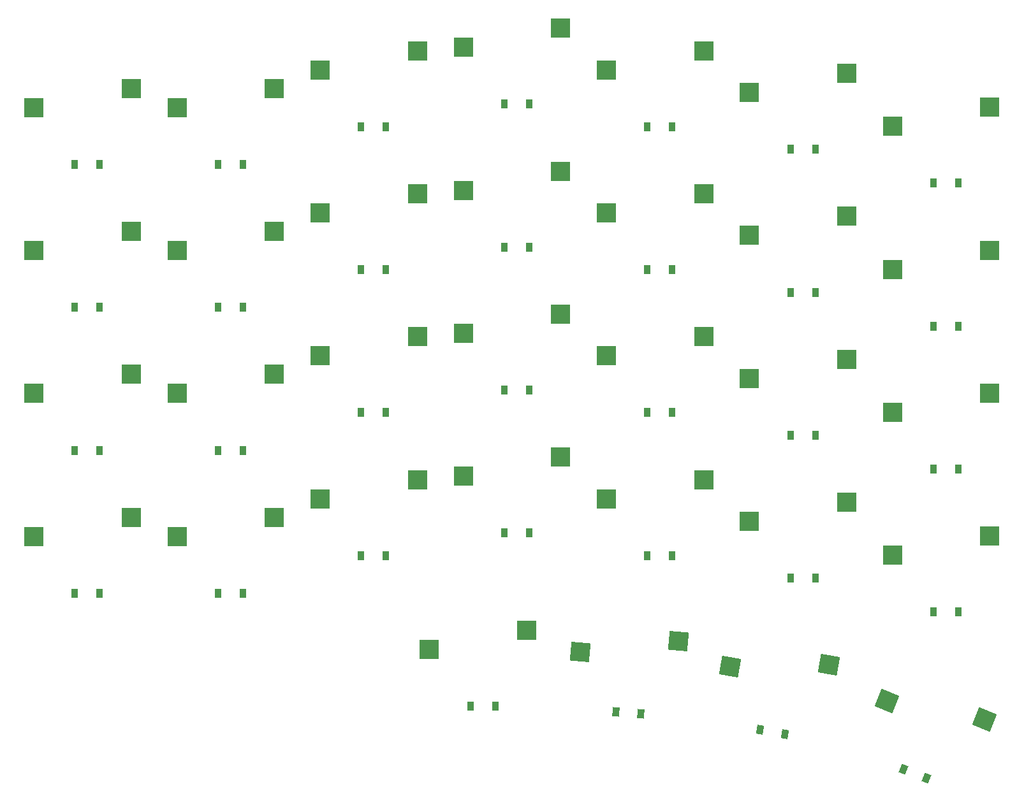
<source format=gbr>
%TF.GenerationSoftware,KiCad,Pcbnew,8.0.6*%
%TF.CreationDate,2024-11-09T22:39:55-08:00*%
%TF.ProjectId,altair,616c7461-6972-42e6-9b69-6361645f7063,v1.0.0*%
%TF.SameCoordinates,Original*%
%TF.FileFunction,Paste,Bot*%
%TF.FilePolarity,Positive*%
%FSLAX46Y46*%
G04 Gerber Fmt 4.6, Leading zero omitted, Abs format (unit mm)*
G04 Created by KiCad (PCBNEW 8.0.6) date 2024-11-09 22:39:55*
%MOMM*%
%LPD*%
G01*
G04 APERTURE LIST*
G04 Aperture macros list*
%AMRotRect*
0 Rectangle, with rotation*
0 The origin of the aperture is its center*
0 $1 length*
0 $2 width*
0 $3 Rotation angle, in degrees counterclockwise*
0 Add horizontal line*
21,1,$1,$2,0,0,$3*%
G04 Aperture macros list end*
%ADD10R,2.550000X2.500000*%
%ADD11RotRect,2.550000X2.500000X355.000000*%
%ADD12RotRect,2.550000X2.500000X350.000000*%
%ADD13RotRect,2.550000X2.500000X338.000000*%
%ADD14R,0.900000X1.200000*%
%ADD15RotRect,0.900000X1.200000X355.000000*%
%ADD16RotRect,0.900000X1.200000X350.000000*%
%ADD17RotRect,0.900000X1.200000X338.000000*%
G04 APERTURE END LIST*
D10*
%TO.C,S1*%
X92915000Y-97460000D03*
X105842000Y-94920000D03*
%TD*%
%TO.C,S2*%
X92915000Y-78460000D03*
X105842000Y-75920000D03*
%TD*%
%TO.C,S3*%
X92915000Y-59460000D03*
X105842000Y-56920000D03*
%TD*%
%TO.C,S4*%
X92915000Y-40460000D03*
X105842000Y-37920000D03*
%TD*%
%TO.C,S5*%
X111915000Y-97460000D03*
X124842000Y-94920000D03*
%TD*%
%TO.C,S6*%
X111915000Y-78460000D03*
X124842000Y-75920000D03*
%TD*%
%TO.C,S7*%
X111915000Y-59460000D03*
X124842000Y-56920000D03*
%TD*%
%TO.C,S8*%
X111915000Y-40460000D03*
X124842000Y-37920000D03*
%TD*%
%TO.C,S9*%
X130915000Y-92460000D03*
X143842000Y-89920000D03*
%TD*%
%TO.C,S10*%
X130915000Y-73460000D03*
X143842000Y-70920000D03*
%TD*%
%TO.C,S11*%
X130915000Y-54460000D03*
X143842000Y-51920000D03*
%TD*%
%TO.C,S12*%
X130915000Y-35460000D03*
X143842000Y-32920000D03*
%TD*%
%TO.C,S13*%
X149915000Y-89460000D03*
X162842000Y-86920000D03*
%TD*%
%TO.C,S14*%
X149915000Y-70460000D03*
X162842000Y-67920000D03*
%TD*%
%TO.C,S15*%
X149915000Y-51460000D03*
X162842000Y-48920000D03*
%TD*%
%TO.C,S16*%
X149915000Y-32460000D03*
X162842000Y-29920000D03*
%TD*%
%TO.C,S17*%
X168915000Y-92460000D03*
X181842000Y-89920000D03*
%TD*%
%TO.C,S18*%
X168915000Y-73460000D03*
X181842000Y-70920000D03*
%TD*%
%TO.C,S19*%
X168915000Y-54460000D03*
X181842000Y-51920000D03*
%TD*%
%TO.C,S20*%
X168915000Y-35460000D03*
X181842000Y-32920000D03*
%TD*%
%TO.C,S21*%
X187915000Y-95460000D03*
X200842000Y-92920000D03*
%TD*%
%TO.C,S22*%
X187915000Y-76460000D03*
X200842000Y-73920000D03*
%TD*%
%TO.C,S23*%
X187915000Y-57460000D03*
X200842000Y-54920000D03*
%TD*%
%TO.C,S24*%
X187915000Y-38460000D03*
X200842000Y-35920000D03*
%TD*%
%TO.C,S25*%
X206915000Y-99960000D03*
X219842000Y-97420000D03*
%TD*%
%TO.C,S26*%
X206915000Y-80960000D03*
X219842000Y-78420000D03*
%TD*%
%TO.C,S27*%
X206915000Y-61960000D03*
X219842000Y-59420000D03*
%TD*%
%TO.C,S28*%
X206915000Y-42960000D03*
X219842000Y-40420000D03*
%TD*%
%TO.C,S29*%
X145415000Y-112460000D03*
X158342000Y-109920000D03*
%TD*%
D11*
%TO.C,S30*%
X165409685Y-112757972D03*
X178508870Y-111354300D03*
%TD*%
D12*
%TO.C,S31*%
X185308007Y-114754216D03*
X198479684Y-114497554D03*
%TD*%
D13*
%TO.C,S32*%
X206170441Y-119304305D03*
X219107648Y-121791798D03*
%TD*%
D14*
%TO.C,D1*%
X101650000Y-105000000D03*
X98350000Y-105000000D03*
%TD*%
%TO.C,D2*%
X101650000Y-86000000D03*
X98350000Y-86000000D03*
%TD*%
%TO.C,D3*%
X101650000Y-67000000D03*
X98350000Y-67000000D03*
%TD*%
%TO.C,D4*%
X101650000Y-48000000D03*
X98350000Y-48000000D03*
%TD*%
%TO.C,D5*%
X120650000Y-105000000D03*
X117350000Y-105000000D03*
%TD*%
%TO.C,D6*%
X120650000Y-86000000D03*
X117350000Y-86000000D03*
%TD*%
%TO.C,D7*%
X120650000Y-67000000D03*
X117350000Y-67000000D03*
%TD*%
%TO.C,D8*%
X120650000Y-48000000D03*
X117350000Y-48000000D03*
%TD*%
%TO.C,D9*%
X139650000Y-100000000D03*
X136350000Y-100000000D03*
%TD*%
%TO.C,D10*%
X139650000Y-81000000D03*
X136350000Y-81000000D03*
%TD*%
%TO.C,D11*%
X139650000Y-62000000D03*
X136350000Y-62000000D03*
%TD*%
%TO.C,D12*%
X139650000Y-43000000D03*
X136350000Y-43000000D03*
%TD*%
%TO.C,D13*%
X158650000Y-97000000D03*
X155350000Y-97000000D03*
%TD*%
%TO.C,D14*%
X158650000Y-78000000D03*
X155350000Y-78000000D03*
%TD*%
%TO.C,D15*%
X158650000Y-59000000D03*
X155350000Y-59000000D03*
%TD*%
%TO.C,D16*%
X158650000Y-40000000D03*
X155350000Y-40000000D03*
%TD*%
%TO.C,D17*%
X177650000Y-100000000D03*
X174350000Y-100000000D03*
%TD*%
%TO.C,D18*%
X177650000Y-81000000D03*
X174350000Y-81000000D03*
%TD*%
%TO.C,D19*%
X177650000Y-62000000D03*
X174350000Y-62000000D03*
%TD*%
%TO.C,D20*%
X177650000Y-43000000D03*
X174350000Y-43000000D03*
%TD*%
%TO.C,D21*%
X196650000Y-103000000D03*
X193350000Y-103000000D03*
%TD*%
%TO.C,D22*%
X196650000Y-84000000D03*
X193350000Y-84000000D03*
%TD*%
%TO.C,D23*%
X196650000Y-65000000D03*
X193350000Y-65000000D03*
%TD*%
%TO.C,D24*%
X196650000Y-46000000D03*
X193350000Y-46000000D03*
%TD*%
%TO.C,D25*%
X215650000Y-107500000D03*
X212350000Y-107500000D03*
%TD*%
%TO.C,D26*%
X215650000Y-88500000D03*
X212350000Y-88500000D03*
%TD*%
%TO.C,D27*%
X215650000Y-69500000D03*
X212350000Y-69500000D03*
%TD*%
%TO.C,D28*%
X215650000Y-50500000D03*
X212350000Y-50500000D03*
%TD*%
%TO.C,D29*%
X154150000Y-120000000D03*
X150850000Y-120000000D03*
%TD*%
D15*
%TO.C,D30*%
X173454291Y-121030586D03*
X170166849Y-120742972D03*
%TD*%
D16*
%TO.C,D31*%
X192600996Y-123696483D03*
X189351130Y-123123445D03*
%TD*%
D17*
%TO.C,D32*%
X211444858Y-129567460D03*
X208385152Y-128331258D03*
%TD*%
M02*

</source>
